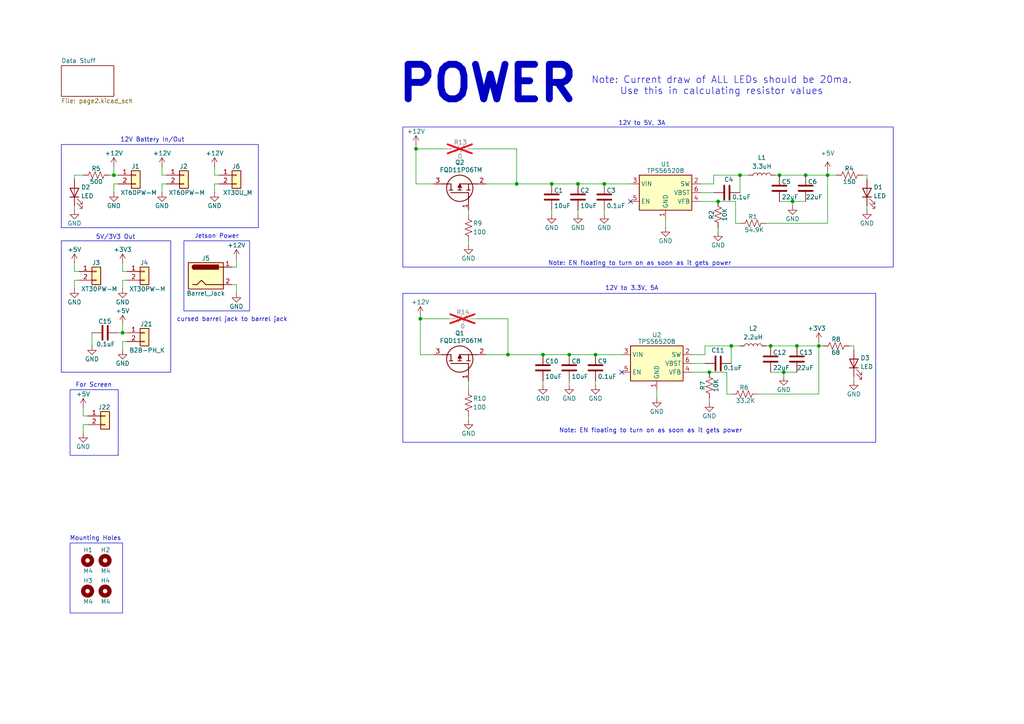
<source format=kicad_sch>
(kicad_sch (version 20231120) (generator "eeschema") (generator_version "8.0")
  (paper "A4")
  (title_block (title "Main Board 2024-2025") (rev "1.1") (company "GRR") (comment 1 "Currently WIP"))
  (lib_symbols
    (symbol "Connector:Barrel_Jack" (pin_names (offset 1.016))
      (property "Reference" "J" (at 0 5.334 0))
      (property "Value" "Barrel_Jack" (at 0 -5.08 0))
      (symbol "Barrel_Jack_0_1"
        (rectangle (start -5.08 3.81) (end 5.08 -3.81) (stroke (width 0.254)) (fill (type background)))
        (arc (start -3.302 3.175) (mid -3.9343 2.54) (end -3.302 1.905) (stroke (width 0.254)))
        (arc (start -3.302 3.175) (mid -3.9343 2.54) (end -3.302 1.905) (stroke (width 0.254)) (fill (type outline)))
        (polyline (pts (xy 5.08 2.54) (xy 3.81 2.54)) (stroke (width 0.254)))
        (polyline (pts (xy -3.81 -2.54) (xy -2.54 -2.54) (xy -1.27 -1.27) (xy 0 -2.54) (xy 2.54 -2.54) (xy 5.08 -2.54)) (stroke (width 0.254)))
        (rectangle (start 3.683 3.175) (end -3.302 1.905) (stroke (width 0.254)) (fill (type outline)))
      )
      (symbol "Barrel_Jack_1_1"
        (pin passive line (at 7.62 2.54 180) (length 2.54) (name "~") (number "1"))
        (pin passive line (at 7.62 -2.54 180) (length 2.54) (name "~") (number "2"))
      )
    )
    (symbol "Connector_Generic:Conn_01x02" (pin_names (offset 1.016) hide)
      (property "Reference" "J" (at 0 2.54 0))
      (property "Value" "Conn_01x02" (at 0 -5.08 0))
      (symbol "Conn_01x02_1_1"
        (rectangle (start -1.27 -2.413) (end 0 -2.667) (stroke (width 0.1524)))
        (rectangle (start -1.27 0.127) (end 0 -0.127) (stroke (width 0.1524)))
        (rectangle (start -1.27 1.27) (end 1.27 -3.81) (stroke (width 0.254)) (fill (type background)))
        (pin passive line (at -5.08 0 0) (length 3.81) (name "Pin_1") (number "1"))
        (pin passive line (at -5.08 -2.54 0) (length 3.81) (name "Pin_2") (number "2"))
      )
    )
    (symbol "Device:C" (pin_numbers hide) (pin_names (offset 0.254))
      (property "Reference" "C" (at 0.635 2.54 0))
      (property "Value" "C" (at 0.635 -2.54 0))
      (symbol "C_0_1"
        (polyline (pts (xy -2.032 -0.762) (xy 2.032 -0.762)) (stroke (width 0.508)))
        (polyline (pts (xy -2.032 0.762) (xy 2.032 0.762)) (stroke (width 0.508)))
      )
      (symbol "C_1_1"
        (pin passive line (at 0 3.81 270) (length 2.794) (name "~") (number "1"))
        (pin passive line (at 0 -3.81 90) (length 2.794) (name "~") (number "2"))
      )
    )
    (symbol "Device:L" (pin_numbers hide) (pin_names (offset 1.016) hide)
      (property "Reference" "L" (at -1.27 0 90))
      (property "Value" "L" (at 1.905 0 90))
      (symbol "L_0_1"
        (arc (start 0 -2.54) (mid 0.6323 -1.905) (end 0 -1.27))
        (arc (start 0 -1.27) (mid 0.6323 -0.635) (end 0 0))
        (arc (start 0 0) (mid 0.6323 0.635) (end 0 1.27))
        (arc (start 0 1.27) (mid 0.6323 1.905) (end 0 2.54))
      )
      (symbol "L_1_1"
        (pin passive line (at 0 3.81 270) (length 1.27) (name "1") (number "1"))
        (pin passive line (at 0 -3.81 90) (length 1.27) (name "2") (number "2"))
      )
    )
    (symbol "Device:LED" (pin_numbers hide) (pin_names (offset 1.016) hide)
      (property "Reference" "D" (at 0 2.54 0))
      (property "Value" "LED" (at 0 -2.54 0))
      (symbol "LED_0_1"
        (polyline (pts (xy -1.27 -1.27) (xy -1.27 1.27)) (stroke (width 0.254)))
        (polyline (pts (xy -1.27 0) (xy 1.27 0)))
        (polyline (pts (xy 1.27 -1.27) (xy 1.27 1.27) (xy -1.27 0) (xy 1.27 -1.27)) (stroke (width 0.254)))
        (polyline (pts (xy -3.048 -0.762) (xy -4.572 -2.286) (xy -3.81 -2.286) (xy -4.572 -2.286) (xy -4.572 -1.524)))
        (polyline (pts (xy -1.778 -0.762) (xy -3.302 -2.286) (xy -2.54 -2.286) (xy -3.302 -2.286) (xy -3.302 -1.524)))
      )
      (symbol "LED_1_1"
        (pin passive line (at -3.81 0 0) (length 2.54) (name "K") (number "1"))
        (pin passive line (at 3.81 0 180) (length 2.54) (name "A") (number "2"))
      )
    )
    (symbol "Device:R_US" (pin_numbers hide) (pin_names (offset 0))
      (property "Reference" "R" (at 2.54 0 90))
      (property "Value" "R_US" (at -2.54 0 90))
      (symbol "R_US_0_1"
        (polyline (pts (xy 0 -2.286) (xy 0 -2.54)))
        (polyline (pts (xy 0 2.286) (xy 0 2.54)))
        (polyline (pts (xy 0 -0.762) (xy 1.016 -1.143) (xy 0 -1.524) (xy -1.016 -1.905) (xy 0 -2.286)))
        (polyline (pts (xy 0 0.762) (xy 1.016 0.381) (xy 0 0) (xy -1.016 -0.381) (xy 0 -0.762)))
        (polyline (pts (xy 0 2.286) (xy 1.016 1.905) (xy 0 1.524) (xy -1.016 1.143) (xy 0 0.762)))
      )
      (symbol "R_US_1_1"
        (pin passive line (at 0 3.81 270) (length 1.27) (name "~") (number "1"))
        (pin passive line (at 0 -3.81 90) (length 1.27) (name "~") (number "2"))
      )
    )
    (symbol "FQD11P06TM:FQD11P06TM" (pin_names hide)
      (property "Reference" "Q" (at 11.43 3.81 0))
      (property "Value" "FQD11P06TM" (at 11.43 1.27 0))
      (symbol "FQD11P06TM_1_1"
        (polyline (pts (xy 2.54 0) (xy 5.08 0)) (stroke (width 0.254)))
        (polyline (pts (xy 5.08 5.08) (xy 5.08 0)) (stroke (width 0.254)))
        (polyline (pts (xy 5.842 -0.508) (xy 5.842 0.508)) (stroke (width 0.254)))
        (polyline (pts (xy 5.842 0) (xy 7.62 0)) (stroke (width 0.254)))
        (polyline (pts (xy 5.842 2.032) (xy 5.842 3.048)) (stroke (width 0.254)))
        (polyline (pts (xy 5.842 5.588) (xy 5.842 4.572)) (stroke (width 0.254)))
        (polyline (pts (xy 7.62 2.54) (xy 5.842 2.54)) (stroke (width 0.254)))
        (polyline (pts (xy 7.62 2.54) (xy 7.62 -2.54)) (stroke (width 0.254)))
        (polyline (pts (xy 7.62 5.08) (xy 5.842 5.08)) (stroke (width 0.254)))
        (polyline (pts (xy 7.62 5.08) (xy 7.62 7.62)) (stroke (width 0.254)))
        (polyline (pts (xy 7.62 2.54) (xy 6.604 3.048) (xy 6.604 2.032) (xy 7.62 2.54)) (stroke (width 0.254)) (fill (type outline)))
        (circle (center 6.35 2.54) (radius 3.81) (stroke (width 0.254)))
        (pin passive line (at 0 0 0) (length 2.54) (name "G") (number "1"))
        (pin passive line (at 7.62 -5.08 90) (length 2.54) (name "S") (number "2"))
        (pin passive line (at 7.62 10.16 270) (length 2.54) (name "D") (number "3"))
      )
    )
    (symbol "Mechanical:MountingHole" (pin_names (offset 1.016)) (exclude_from_sim yes) (in_bom no)
      (property "Reference" "H" (at 0 5.08 0))
      (property "Value" "MountingHole" (at 0 3.175 0))
      (symbol "MountingHole_0_1"
        (circle (center 0 0) (radius 1.27) (stroke (width 1.27)))
      )
    )
    (symbol "Regulator_Switching:TPS565208"
      (property "Reference" "U" (at -7.62 6.35 0))
      (property "Value" "TPS565208" (at -2.54 6.35 0))
      (symbol "TPS565208_0_1"
        (rectangle (start -7.62 5.08) (end 7.62 -5.08) (stroke (width 0.254)) (fill (type background)))
      )
      (symbol "TPS565208_1_1"
        (pin power_in line (at 0 -7.62 90) (length 2.54) (name "GND") (number "1"))
        (pin output line (at 10.16 2.54 180) (length 2.54) (name "SW") (number "2"))
        (pin power_in line (at -10.16 2.54 0) (length 2.54) (name "VIN") (number "3"))
        (pin input line (at 10.16 -2.54 180) (length 2.54) (name "VFB") (number "4"))
        (pin input line (at -10.16 -2.54 0) (length 2.54) (name "EN") (number "5"))
        (pin passive line (at 10.16 0 180) (length 2.54) (name "VBST") (number "6"))
      )
    )
    (symbol "power:+12V" (power) (pin_numbers hide) (pin_names (offset 0) hide)
      (property "Value" "+12V" (at 0 3.556 0))
      (symbol "+12V_0_1"
        (polyline (pts (xy -0.762 1.27) (xy 0 2.54)))
        (polyline (pts (xy 0 0) (xy 0 2.54)))
        (polyline (pts (xy 0 2.54) (xy 0.762 1.27)))
      )
      (symbol "+12V_1_1"
        (pin power_in line (at 0 0 90) (length 0) (name "~") (number "1"))
      )
    )
    (symbol "power:+3V3" (power) (pin_numbers hide) (pin_names (offset 0) hide)
      (property "Value" "+3V3" (at 0 3.556 0))
      (symbol "+3V3_0_1"
        (polyline (pts (xy -0.762 1.27) (xy 0 2.54)))
        (polyline (pts (xy 0 0) (xy 0 2.54)))
        (polyline (pts (xy 0 2.54) (xy 0.762 1.27)))
      )
      (symbol "+3V3_1_1"
        (pin power_in line (at 0 0 90) (length 0) (name "~") (number "1"))
      )
    )
    (symbol "power:+5V" (power) (pin_numbers hide) (pin_names (offset 0) hide)
      (property "Value" "+5V" (at 0 3.556 0))
      (symbol "+5V_0_1"
        (polyline (pts (xy -0.762 1.27) (xy 0 2.54)))
        (polyline (pts (xy 0 0) (xy 0 2.54)))
        (polyline (pts (xy 0 2.54) (xy 0.762 1.27)))
      )
      (symbol "+5V_1_1"
        (pin power_in line (at 0 0 90) (length 0) (name "~") (number "1"))
      )
    )
    (symbol "power:GND" (power) (pin_numbers hide) (pin_names (offset 0) hide)
      (property "Value" "GND" (at 0 -3.81 0))
      (symbol "GND_0_1"
        (polyline (pts (xy 0 0) (xy 0 -1.27) (xy 1.27 -1.27) (xy 0 -2.54) (xy -1.27 -1.27) (xy 0 -1.27)))
      )
      (symbol "GND_1_1"
        (pin power_in line (at 0 0 270) (length 0) (name "~") (number "1"))
      )
    )
  )
  (junction (at 160.02 53.34))
  (junction (at 33.02 50.8))
  (junction (at 226.06 50.8))
  (junction (at 157.48 102.87))
  (junction (at 167.64 53.34))
  (junction (at 223.52 100.33))
  (junction (at 172.72 102.87))
  (junction (at 237.49 100.33))
  (junction (at 35.56 96.52))
  (junction (at 175.26 53.34))
  (junction (at 147.32 102.87))
  (junction (at 233.68 50.8))
  (junction (at 214.63 50.8))
  (junction (at 231.14 100.33))
  (junction (at 240.03 50.8))
  (junction (at 165.1 102.87))
  (junction (at 208.28 58.42))
  (junction (at 227.33 107.95))
  (junction (at 229.87 58.42))
  (junction (at 205.74 107.95))
  (junction (at 212.09 100.33))
  (junction (at 121.92 92.456))
  (junction (at 120.65 43.18))
  (junction (at 149.86 53.34))
  (no_connect (at 180.34 107.95))
  (no_connect (at 182.88 58.42))
  (wire (pts (xy 247.65 100.33) (xy 246.38 100.33)))
  (wire (pts (xy 190.5 115.57) (xy 190.5 113.03)))
  (wire (pts (xy 35.56 101.6) (xy 35.56 99.06)))
  (wire (pts (xy 35.56 96.52) (xy 36.83 96.52)))
  (wire (pts (xy 205.74 116.84) (xy 205.74 115.57)))
  (wire (pts (xy 120.65 53.34) (xy 125.73 53.34)))
  (wire (pts (xy 204.47 100.33) (xy 212.09 100.33)))
  (wire (pts (xy 167.64 53.34) (xy 175.26 53.34)))
  (wire (pts (xy 157.48 111.76) (xy 157.48 110.49)))
  (wire (pts (xy 213.36 64.77) (xy 214.63 64.77)))
  (wire (pts (xy 67.31 77.47) (xy 68.58 77.47)))
  (wire (pts (xy 214.63 50.8) (xy 217.17 50.8)))
  (wire (pts (xy 46.99 48.26) (xy 46.99 50.8)))
  (wire (pts (xy 237.49 100.33) (xy 237.49 114.3)))
  (wire (pts (xy 21.59 52.07) (xy 21.59 50.8)))
  (wire (pts (xy 240.03 49.53) (xy 240.03 50.8)))
  (wire (pts (xy 35.56 78.74) (xy 36.83 78.74)))
  (wire (pts (xy 226.06 50.8) (xy 233.68 50.8)))
  (wire (pts (xy 46.99 50.8) (xy 48.26 50.8)))
  (wire (pts (xy 21.59 76.2) (xy 21.59 78.74)))
  (wire (pts (xy 140.97 53.34) (xy 149.86 53.34)))
  (wire (pts (xy 227.33 107.95) (xy 231.14 107.95)))
  (wire (pts (xy 135.89 62.23) (xy 135.89 60.96)))
  (wire (pts (xy 21.59 78.74) (xy 22.86 78.74)))
  (wire (pts (xy 120.65 41.91) (xy 120.65 43.18)))
  (wire (pts (xy 160.02 62.23) (xy 160.02 60.96)))
  (wire (pts (xy 62.23 48.26) (xy 62.23 50.8)))
  (wire (pts (xy 140.97 102.87) (xy 147.32 102.87)))
  (wire (pts (xy 157.48 102.87) (xy 165.1 102.87)))
  (wire (pts (xy 210.82 107.95) (xy 205.74 107.95)))
  (wire (pts (xy 33.02 50.8) (xy 34.29 50.8)))
  (wire (pts (xy 214.63 55.88) (xy 214.63 50.8)))
  (wire (pts (xy 46.99 55.88) (xy 46.99 53.34)))
  (wire (pts (xy 68.58 82.55) (xy 67.31 82.55)))
  (wire (pts (xy 121.92 102.87) (xy 125.73 102.87)))
  (wire (pts (xy 251.46 52.07) (xy 251.46 50.8)))
  (wire (pts (xy 240.03 50.8) (xy 240.03 64.77)))
  (wire (pts (xy 204.47 100.33) (xy 204.47 102.87)))
  (wire (pts (xy 175.26 53.34) (xy 182.88 53.34)))
  (wire (pts (xy 207.01 53.34) (xy 203.2 53.34)))
  (wire (pts (xy 46.99 53.34) (xy 48.26 53.34)))
  (wire (pts (xy 120.65 43.18) (xy 120.65 53.34)))
  (wire (pts (xy 229.87 58.42) (xy 233.68 58.42)))
  (wire (pts (xy 62.23 55.88) (xy 62.23 53.34)))
  (wire (pts (xy 238.76 100.33) (xy 237.49 100.33)))
  (wire (pts (xy 242.57 50.8) (xy 240.03 50.8)))
  (wire (pts (xy 135.89 71.12) (xy 135.89 69.85)))
  (wire (pts (xy 62.23 50.8) (xy 63.5 50.8)))
  (wire (pts (xy 21.59 59.69) (xy 21.59 60.96)))
  (wire (pts (xy 200.66 107.95) (xy 205.74 107.95)))
  (wire (pts (xy 212.09 105.41) (xy 212.09 100.33)))
  (wire (pts (xy 210.82 114.3) (xy 210.82 107.95)))
  (wire (pts (xy 224.79 50.8) (xy 226.06 50.8)))
  (wire (pts (xy 135.89 113.03) (xy 135.89 110.49)))
  (wire (pts (xy 233.68 50.8) (xy 240.03 50.8)))
  (wire (pts (xy 121.92 92.456) (xy 121.92 102.87)))
  (wire (pts (xy 24.13 120.65) (xy 25.4 120.65)))
  (wire (pts (xy 223.52 100.33) (xy 231.14 100.33)))
  (wire (pts (xy 203.2 55.88) (xy 207.01 55.88)))
  (wire (pts (xy 247.65 110.49) (xy 247.65 109.22)))
  (wire (pts (xy 137.922 92.456) (xy 147.32 92.456)))
  (wire (pts (xy 213.36 64.77) (xy 213.36 58.42)))
  (wire (pts (xy 121.92 92.456) (xy 130.302 92.456)))
  (wire (pts (xy 223.52 107.95) (xy 227.33 107.95)))
  (wire (pts (xy 121.92 91.44) (xy 121.92 92.456)))
  (wire (pts (xy 207.01 50.8) (xy 214.63 50.8)))
  (wire (pts (xy 68.58 74.93) (xy 68.58 77.47)))
  (wire (pts (xy 147.32 92.456) (xy 147.32 102.87)))
  (wire (pts (xy 160.02 53.34) (xy 167.64 53.34)))
  (wire (pts (xy 237.49 99.06) (xy 237.49 100.33)))
  (wire (pts (xy 135.89 121.92) (xy 135.89 120.65)))
  (wire (pts (xy 62.23 53.34) (xy 63.5 53.34)))
  (wire (pts (xy 203.2 58.42) (xy 208.28 58.42)))
  (wire (pts (xy 24.13 123.19) (xy 25.4 123.19)))
  (wire (pts (xy 33.02 48.26) (xy 33.02 50.8)))
  (wire (pts (xy 35.56 81.28) (xy 36.83 81.28)))
  (wire (pts (xy 35.56 99.06) (xy 36.83 99.06)))
  (wire (pts (xy 213.36 58.42) (xy 208.28 58.42)))
  (wire (pts (xy 24.13 125.73) (xy 24.13 123.19)))
  (wire (pts (xy 237.49 114.3) (xy 219.71 114.3)))
  (wire (pts (xy 175.26 62.23) (xy 175.26 60.96)))
  (wire (pts (xy 204.47 102.87) (xy 200.66 102.87)))
  (wire (pts (xy 200.66 105.41) (xy 204.47 105.41)))
  (wire (pts (xy 33.02 53.34) (xy 34.29 53.34)))
  (wire (pts (xy 226.06 58.42) (xy 229.87 58.42)))
  (wire (pts (xy 240.03 64.77) (xy 222.25 64.77)))
  (wire (pts (xy 165.1 111.76) (xy 165.1 110.49)))
  (wire (pts (xy 212.09 100.33) (xy 214.63 100.33)))
  (wire (pts (xy 26.67 100.33) (xy 26.67 96.52)))
  (wire (pts (xy 137.16 43.18) (xy 149.86 43.18)))
  (wire (pts (xy 231.14 100.33) (xy 237.49 100.33)))
  (wire (pts (xy 165.1 102.87) (xy 172.72 102.87)))
  (wire (pts (xy 21.59 50.8) (xy 24.13 50.8)))
  (wire (pts (xy 120.65 43.18) (xy 129.54 43.18)))
  (wire (pts (xy 207.01 50.8) (xy 207.01 53.34)))
  (wire (pts (xy 68.58 85.09) (xy 68.58 82.55)))
  (wire (pts (xy 149.86 43.18) (xy 149.86 53.34)))
  (wire (pts (xy 34.29 96.52) (xy 35.56 96.52)))
  (wire (pts (xy 193.04 66.04) (xy 193.04 63.5)))
  (wire (pts (xy 35.56 76.2) (xy 35.56 78.74)))
  (wire (pts (xy 247.65 101.6) (xy 247.65 100.33)))
  (wire (pts (xy 167.64 62.23) (xy 167.64 60.96)))
  (wire (pts (xy 31.75 50.8) (xy 33.02 50.8)))
  (wire (pts (xy 172.72 102.87) (xy 180.34 102.87)))
  (wire (pts (xy 149.86 53.34) (xy 160.02 53.34)))
  (wire (pts (xy 147.32 102.87) (xy 157.48 102.87)))
  (wire (pts (xy 251.46 50.8) (xy 250.19 50.8)))
  (wire (pts (xy 172.72 111.76) (xy 172.72 110.49)))
  (wire (pts (xy 251.46 60.96) (xy 251.46 59.69)))
  (wire (pts (xy 33.02 55.88) (xy 33.02 53.34)))
  (wire (pts (xy 35.56 83.82) (xy 35.56 81.28)))
  (wire (pts (xy 21.59 81.28) (xy 22.86 81.28)))
  (wire (pts (xy 210.82 114.3) (xy 212.09 114.3)))
  (wire (pts (xy 222.25 100.33) (xy 223.52 100.33)))
  (wire (pts (xy 35.56 93.98) (xy 35.56 96.52)))
  (wire (pts (xy 21.59 83.82) (xy 21.59 81.28)))
  (wire (pts (xy 208.28 67.31) (xy 208.28 66.04)))
  (wire (pts (xy 227.33 109.22) (xy 227.33 107.95)))
  (wire (pts (xy 229.87 59.69) (xy 229.87 58.42)))
  (wire (pts (xy 24.13 118.11) (xy 24.13 120.65)))
  (rectangle (start 116.84 36.83) (end 259.08 77.47))
  (rectangle (start 17.78 69.85) (end 49.53 107.95))
  (rectangle (start 20.32 157.48) (end 35.56 177.8))
  (rectangle (start 20.32 113.03) (end 34.29 132.08))
  (rectangle (start 116.84 85.09) (end 254 128.27))
  (rectangle (start 53.34 69.85) (end 72.39 90.17))
  (rectangle (start 17.78 41.91) (end 74.93 66.04))
  (text "12V Battery In/Out" (at 44.196 40.64 0) (effects (font (size 1.27 1.27))))
  (text "12V to 5V, 3A" (at 186.182 35.814 0) (effects (font (size 1.27 1.27))))
  (text "Mounting Holes" (at 27.686 156.21 0) (effects (font (size 1.27 1.27))))
  (text "Jetson Power" (at 62.865 68.58 0) (effects (font (size 1.27 1.27))))
  (text "For Screen" (at 27.178 111.76 0) (effects (font (size 1.27 1.27))))
  (text "cursed barrel jack to barrel jack" (at 67.31 92.71 0) (effects (font (size 1.27 1.27))))
  (text "5V/3V3 Out" (at 33.528 68.834 0) (effects (font (size 1.27 1.27))))
  (text "12V to 3.3V, 5A" (at 183.261 83.693 0) (effects (font (size 1.27 1.27))))
  (text "POWER" (at 141.478 24.384 0) (effects (font (size 10 10) (thickness 2) (bold yes))))
  (text "Note: Current draw of ALL LEDs should be 20ma.\nUse this in calculating resistor values" (at 209.296 24.892 0) (effects (font (size 2 2))))
  (text "Note: EN floating to turn on as soon as it gets power" (at 188.722 124.968 0) (effects (font (size 1.27 1.27))))
  (text "Note: EN floating to turn on as soon as it gets power" (at 185.547 76.454 0) (effects (font (size 1.27 1.27))))
  (symbol (lib_id "Device:R_US") (at 133.35 43.18 270) (unit 1) (dnp yes)
    (property "Reference" "R13" (at 131.5721 41.275 90) (effects (justify left)))
    (property "Value" "0" (at 132.7151 45.339 90) (effects (justify left)))
    (property "Footprint" "Resistor_SMD:R_1210_3225Metric_Pad1.30x2.65mm_HandSolder" (effects (hide yes)))
    (property "Description" "Resistor, US symbol" (effects (hide yes)))
  )
  (symbol (lib_id "Device:C") (at 165.1 106.68 0) (unit 1)
    (property "Reference" "C8" (at 165.735 104.7749 0) (effects (justify left)))
    (property "Value" "10uF" (at 165.735 109.2199 0) (effects (justify left)))
    (property "Footprint" "Capacitor_SMD:C_0805_2012Metric_Pad1.18x1.45mm_HandSolder" (effects (hide yes)))
    (property "Description" "Unpolarized capacitor" (effects (hide yes)))
  )
  (symbol (lib_id "power:GND") (at 33.02 55.88 0) (unit 1)
    (property "Reference" "#PWR02" (effects (hide yes)))
    (property "Value" "GND" (at 33.02 59.69 0))
    (property "Description" "Power symbol creates a global label with name \"GND\" , ground" (effects (hide yes)))
  )
  (symbol (lib_id "power:GND") (at 21.59 83.82 0) (unit 1)
    (property "Reference" "#PWR06" (effects (hide yes)))
    (property "Value" "GND" (at 21.59 87.63 0))
    (property "Description" "Power symbol creates a global label with name \"GND\" , ground" (effects (hide yes)))
  )
  (symbol (lib_id "Connector_Generic:Conn_01x02") (at 68.58 50.8 0) (unit 1)
    (property "Reference" "J6" (at 67.31 48.2599 0) (effects (justify left)))
    (property "Value" "XT30U_M" (at 64.643 55.8799 0) (effects (justify left)))
    (property "Footprint" "Connector_AMASS:AMASS_XT30U-M_1x02_P5.0mm_Vertical" (effects (hide yes)))
    (property "Description" "Generic connector, single row, 01x02, script generated (kicad-library-utils/schlib/autogen/connector/)" (effects (hide yes)))
  )
  (symbol (lib_id "power:+12V") (at 62.23 48.26 0) (unit 1)
    (property "Reference" "#PWR033" (effects (hide yes)))
    (property "Value" "+12V" (at 62.23 44.45 0))
    (property "Description" "Power symbol creates a global label with name \"+12V\"" (effects (hide yes)))
  )
  (symbol (lib_id "power:GND") (at 135.89 71.12 0) (unit 1)
    (property "Reference" "#PWR029" (effects (hide yes)))
    (property "Value" "GND" (at 135.89 74.93 0))
    (property "Description" "Power symbol creates a global label with name \"GND\" , ground" (effects (hide yes)))
  )
  (symbol (lib_id "Device:R_US") (at 134.112 92.456 270) (unit 1) (dnp yes)
    (property "Reference" "R14" (at 132.3341 90.551 90) (effects (justify left)))
    (property "Value" "0" (at 133.4771 94.615 90) (effects (justify left)))
    (property "Footprint" "Resistor_SMD:R_1210_3225Metric_Pad1.30x2.65mm_HandSolder" (effects (hide yes)))
    (property "Description" "Resistor, US symbol" (effects (hide yes)))
  )
  (symbol (lib_id "power:+12V") (at 46.99 48.26 0) (unit 1)
    (property "Reference" "#PWR03" (effects (hide yes)))
    (property "Value" "+12V" (at 46.99 44.45 0))
    (property "Description" "Power symbol creates a global label with name \"+12V\"" (effects (hide yes)))
  )
  (symbol (lib_id "power:GND") (at 165.1 111.76 0) (unit 1)
    (property "Reference" "#PWR021" (effects (hide yes)))
    (property "Value" "GND" (at 165.1 115.57 0))
    (property "Description" "Power symbol creates a global label with name \"GND\" , ground" (effects (hide yes)))
  )
  (symbol (lib_id "Connector_Generic:Conn_01x02") (at 53.34 50.8 0) (unit 1)
    (property "Reference" "J2" (at 52.07 48.2599 0) (effects (justify left)))
    (property "Value" "XT60PW-M" (at 48.895 55.8799 0) (effects (justify left)))
    (property "Footprint" "Connector_AMASS:AMASS_XT60PW-M_1x02_P7.20mm_Horizontal" (effects (hide yes)))
    (property "Description" "Generic connector, single row, 01x02, script generated (kicad-library-utils/schlib/autogen/connector/)" (effects (hide yes)))
  )
  (symbol (lib_id "power:GND") (at 62.23 55.88 0) (unit 1)
    (property "Reference" "#PWR034" (effects (hide yes)))
    (property "Value" "GND" (at 62.23 59.69 0))
    (property "Description" "Power symbol creates a global label with name \"GND\" , ground" (effects (hide yes)))
  )
  (symbol (lib_id "Regulator_Switching:TPS565208") (at 190.5 105.41 0) (unit 1)
    (property "Reference" "U2" (at 190.5 97.155 0))
    (property "Value" "TPS565208" (at 190.5 99.06 0))
    (property "Footprint" "Package_TO_SOT_SMD:SOT-23-6" (effects (hide yes)))
    (property "Datasheet" "http://www.ti.com/lit/ds/symlink/tps565208.pdf" (effects (hide yes)))
    (property "Description" "5A Synchronous Step-Down Voltage Regulator, Adjustable Output Voltage, 4.5-17V Input Voltage, SOT-23-6" (effects (hide yes)))
  )
  (symbol (lib_id "power:+5V") (at 240.03 49.53 0) (unit 1)
    (property "Reference" "#PWR084" (effects (hide yes)))
    (property "Value" "+5V" (at 240.03 44.45 0))
    (property "Description" "Power symbol creates a global label with name \"+5V\"" (effects (hide yes)))
  )
  (symbol (lib_id "power:GND") (at 205.74 116.84 0) (unit 1)
    (property "Reference" "#PWR026" (effects (hide yes)))
    (property "Value" "GND" (at 205.74 120.65 0))
    (property "Description" "Power symbol creates a global label with name \"GND\" , ground" (effects (hide yes)))
  )
  (symbol (lib_id "Device:C") (at 160.02 57.15 0) (unit 1)
    (property "Reference" "C1" (at 160.655 55.2449 0) (effects (justify left)))
    (property "Value" "10uF" (at 160.655 59.6899 0) (effects (justify left)))
    (property "Footprint" "Capacitor_SMD:C_0805_2012Metric_Pad1.18x1.45mm_HandSolder" (effects (hide yes)))
    (property "Description" "Unpolarized capacitor" (effects (hide yes)))
  )
  (symbol (lib_id "power:GND") (at 135.89 121.92 0) (unit 1)
    (property "Reference" "#PWR024" (effects (hide yes)))
    (property "Value" "GND" (at 135.89 125.73 0))
    (property "Description" "Power symbol creates a global label with name \"GND\" , ground" (effects (hide yes)))
  )
  (symbol (lib_id "Device:C") (at 226.06 54.61 0) (unit 1)
    (property "Reference" "C5" (at 226.695 52.7049 0) (effects (justify left)))
    (property "Value" "22uF" (at 226.695 57.1499 0) (effects (justify left)))
    (property "Footprint" "Capacitor_SMD:C_0805_2012Metric_Pad1.18x1.45mm_HandSolder" (effects (hide yes)))
    (property "Description" "Unpolarized capacitor" (effects (hide yes)))
  )
  (symbol (lib_id "Device:C") (at 233.68 54.61 0) (unit 1)
    (property "Reference" "C6" (at 234.315 52.7049 0) (effects (justify left)))
    (property "Value" "22uF" (at 233.68 57.1499 0) (effects (justify left)))
    (property "Footprint" "Capacitor_SMD:C_0805_2012Metric_Pad1.18x1.45mm_HandSolder" (effects (hide yes)))
    (property "Description" "Unpolarized capacitor" (effects (hide yes)))
  )
  (symbol (lib_id "Device:C") (at 231.14 104.14 0) (unit 1)
    (property "Reference" "C13" (at 231.775 102.2349 0) (effects (justify left)))
    (property "Value" "22uF" (at 231.14 106.6799 0) (effects (justify left)))
    (property "Footprint" "Capacitor_SMD:C_0805_2012Metric_Pad1.18x1.45mm_HandSolder" (effects (hide yes)))
    (property "Description" "Unpolarized capacitor" (effects (hide yes)))
  )
  (symbol (lib_id "Connector_Generic:Conn_01x02") (at 27.94 78.74 0) (unit 1)
    (property "Reference" "J3" (at 26.67 76.1999 0) (effects (justify left)))
    (property "Value" "XT30PW-M" (at 23.495 83.8199 0) (effects (justify left)))
    (property "Footprint" "Connector_AMASS:AMASS_XT30PW-M_1x02_P2.50mm_Horizontal" (effects (hide yes)))
    (property "Description" "Generic connector, single row, 01x02, script generated (kicad-library-utils/schlib/autogen/connector/)" (effects (hide yes)))
  )
  (symbol (lib_id "Device:C") (at 223.52 104.14 0) (unit 1)
    (property "Reference" "C12" (at 224.155 102.2349 0) (effects (justify left)))
    (property "Value" "22uF" (at 224.155 106.6799 0) (effects (justify left)))
    (property "Footprint" "Capacitor_SMD:C_0805_2012Metric_Pad1.18x1.45mm_HandSolder" (effects (hide yes)))
    (property "Description" "Unpolarized capacitor" (effects (hide yes)))
  )
  (symbol (lib_id "Connector_Generic:Conn_01x02") (at 41.91 78.74 0) (unit 1)
    (property "Reference" "J4" (at 40.64 76.1999 0) (effects (justify left)))
    (property "Value" "XT30PW-M" (at 37.465 83.8199 0) (effects (justify left)))
    (property "Footprint" "Connector_AMASS:AMASS_XT30PW-M_1x02_P2.50mm_Horizontal" (effects (hide yes)))
    (property "Description" "Generic connector, single row, 01x02, script generated (kicad-library-utils/schlib/autogen/connector/)" (effects (hide yes)))
  )
  (symbol (lib_id "power:GND") (at 208.28 67.31 0) (unit 1)
    (property "Reference" "#PWR016" (effects (hide yes)))
    (property "Value" "GND" (at 208.28 71.12 0))
    (property "Description" "Power symbol creates a global label with name \"GND\" , ground" (effects (hide yes)))
  )
  (symbol (lib_id "power:GND") (at 190.5 115.57 0) (unit 1)
    (property "Reference" "#PWR020" (effects (hide yes)))
    (property "Value" "GND" (at 190.5 119.38 0))
    (property "Description" "Power symbol creates a global label with name \"GND\" , ground" (effects (hide yes)))
  )
  (symbol (lib_id "Device:L") (at 218.44 100.33 90) (unit 1)
    (property "Reference" "L2" (at 218.44 95.25 90))
    (property "Value" "2.2uH" (at 218.44 97.79 90))
    (property "Footprint" "Inductor_SMD:L_Abracon_ASPI-0630LR" (effects (hide yes)))
    (property "Description" "Inductor" (effects (hide yes)))
  )
  (symbol (lib_id "power:GND") (at 247.65 110.49 0) (unit 1)
    (property "Reference" "#PWR028" (effects (hide yes)))
    (property "Value" "GND" (at 247.65 114.3 0))
    (property "Description" "Power symbol creates a global label with name \"GND\" , ground" (effects (hide yes)))
  )
  (symbol (lib_id "power:GND") (at 68.58 85.09 0) (unit 1)
    (property "Reference" "#PWR010" (effects (hide yes)))
    (property "Value" "GND" (at 68.58 88.9 0))
    (property "Description" "Power symbol creates a global label with name \"GND\" , ground" (effects (hide yes)))
  )
  (symbol (lib_id "power:+5V") (at 35.56 93.98 0) (unit 1)
    (property "Reference" "#PWR087" (effects (hide yes)))
    (property "Value" "+5V" (at 35.56 90.17 0))
    (property "Description" "Power symbol creates a global label with name \"+5V\"" (effects (hide yes)))
  )
  (symbol (lib_id "power:GND") (at 160.02 62.23 0) (unit 1)
    (property "Reference" "#PWR011" (effects (hide yes)))
    (property "Value" "GND" (at 160.02 66.04 0))
    (property "Description" "Power symbol creates a global label with name \"GND\" , ground" (effects (hide yes)))
  )
  (symbol (lib_id "Device:R_US") (at 135.89 116.84 0) (unit 1)
    (property "Reference" "R10" (at 137.16 115.5699 0) (effects (justify left)))
    (property "Value" "100" (at 137.16 118.1099 0) (effects (justify left)))
    (property "Footprint" "Resistor_SMD:R_0805_2012Metric_Pad1.20x1.40mm_HandSolder" (effects (hide yes)))
    (property "Description" "Resistor, US symbol" (effects (hide yes)))
  )
  (symbol (lib_id "power:GND") (at 227.33 109.22 0) (unit 1)
    (property "Reference" "#PWR027" (effects (hide yes)))
    (property "Value" "GND" (at 227.33 113.03 0))
    (property "Description" "Power symbol creates a global label with name \"GND\" , ground" (effects (hide yes)))
  )
  (symbol (lib_id "power:+12V") (at 121.92 91.44 0) (unit 1)
    (property "Reference" "#PWR030" (effects (hide yes)))
    (property "Value" "+12V" (at 121.92 87.63 0))
    (property "Description" "Power symbol creates a global label with name \"+12V\"" (effects (hide yes)))
  )
  (symbol (lib_id "Device:C") (at 167.64 57.15 0) (unit 1)
    (property "Reference" "C2" (at 168.275 55.2449 0) (effects (justify left)))
    (property "Value" "10uF" (at 168.275 59.6899 0) (effects (justify left)))
    (property "Footprint" "Capacitor_SMD:C_0805_2012Metric_Pad1.18x1.45mm_HandSolder" (effects (hide yes)))
    (property "Description" "Unpolarized capacitor" (effects (hide yes)))
  )
  (symbol (lib_id "Device:L") (at 220.98 50.8 90) (unit 1)
    (property "Reference" "L1" (at 220.98 45.72 90))
    (property "Value" "3.3uH" (at 220.98 48.26 90))
    (property "Footprint" "Inductor_SMD:L_Abracon_ASPI-0630LR" (effects (hide yes)))
    (property "Description" "Inductor" (effects (hide yes)))
  )
  (symbol (lib_id "Device:R_US") (at 135.89 66.04 0) (unit 1)
    (property "Reference" "R9" (at 137.16 64.7699 0) (effects (justify left)))
    (property "Value" "100" (at 137.16 67.3099 0) (effects (justify left)))
    (property "Footprint" "Resistor_SMD:R_0805_2012Metric_Pad1.20x1.40mm_HandSolder" (effects (hide yes)))
    (property "Description" "Resistor, US symbol" (effects (hide yes)))
  )
  (symbol (lib_id "Device:R_US") (at 205.74 111.76 180) (unit 1)
    (property "Reference" "R7" (at 203.835 110.4901 90) (effects (justify left)))
    (property "Value" "10K" (at 207.645 109.8551 90) (effects (justify left)))
    (property "Footprint" "Resistor_SMD:R_0805_2012Metric_Pad1.20x1.40mm_HandSolder" (effects (hide yes)))
    (property "Description" "Resistor, US symbol" (effects (hide yes)))
  )
  (symbol (lib_id "Device:C") (at 175.26 57.15 0) (unit 1)
    (property "Reference" "C3" (at 175.895 55.2449 0) (effects (justify left)))
    (property "Value" "0.1uF" (at 175.895 59.6899 0) (effects (justify left)))
    (property "Footprint" "Capacitor_SMD:C_0805_2012Metric_Pad1.18x1.45mm_HandSolder" (effects (hide yes)))
    (property "Description" "Unpolarized capacitor" (effects (hide yes)))
  )
  (symbol (lib_id "Device:C") (at 30.48 96.52 90) (unit 1)
    (property "Reference" "C15" (at 32.3849 93.218 90) (effects (justify left)))
    (property "Value" "0.1uF" (at 33.4009 99.822 90) (effects (justify left)))
    (property "Footprint" "Capacitor_SMD:C_0805_2012Metric_Pad1.18x1.45mm_HandSolder" (effects (hide yes)))
    (property "Description" "Unpolarized capacitor" (effects (hide yes)))
  )
  (symbol (lib_id "Device:R_US") (at 242.57 100.33 90) (unit 1)
    (property "Reference" "R8" (at 243.8399 98.425 90) (effects (justify left)))
    (property "Value" "68" (at 243.7129 102.235 90) (effects (justify left)))
    (property "Footprint" "Resistor_SMD:R_0805_2012Metric_Pad1.20x1.40mm_HandSolder" (effects (hide yes)))
    (property "Description" "Resistor, US symbol" (effects (hide yes)))
  )
  (symbol (lib_id "power:+12V") (at 68.58 74.93 0) (unit 1)
    (property "Reference" "#PWR09" (effects (hide yes)))
    (property "Value" "+12V" (at 68.58 71.12 0))
    (property "Description" "Power symbol creates a global label with name \"+12V\"" (effects (hide yes)))
  )
  (symbol (lib_id "Mechanical:MountingHole") (at 30.48 162.56 0) (unit 1) (exclude_from_sim yes) (in_bom no)
    (property "Reference" "H2" (at 29.21 159.5119 0) (effects (justify left)))
    (property "Value" "M4" (at 29.21 165.6079 0) (effects (justify left)))
    (property "Footprint" "MountingHole:MountingHole_4.3mm_M4_DIN965" (effects (hide yes)))
    (property "Description" "Mounting Hole without connection" (effects (hide yes)))
  )
  (symbol (lib_id "FQD11P06TM:FQD11P06TM") (at 135.89 110.49 90) (unit 1)
    (property "Reference" "Q1" (at 133.35 96.647 90))
    (property "Value" "FQD11P06TM" (at 133.731 98.806 90))
    (property "Footprint" "Package_TO_SOT_SMD:TO-252-2" (effects (hide yes)))
    (property "Datasheet" "https://www.onsemi.com/pub/Collateral/FQU11P06-D.pdf" (effects (hide yes)))
    (property "Description" "FQD11P06TM P-Channel MOSFET, 9.4 A, 60 V, 3-Pin DPAK ON Semiconductor" (effects (hide yes)))
    (property "Manufacturer_Name" "onsemi" (effects (hide yes)))
    (property "Manufacturer_Part_Number" "FQD11P06TM" (effects (hide yes)))
    (property "Mouser Part Number" "512-FQD11P06TM" (effects (hide yes)))
    (property "Mouser Price/Stock" "https://www.mouser.co.uk/ProductDetail/onsemi-Fairchild/FQD11P06TM?qs=aUdwP37Aar2Cp7hVoReodQ%3D%3D" (effects (hide yes)))
    (property "Arrow Part Number" "FQD11P06TM" (effects (hide yes)))
    (property "Arrow Price/Stock" "https://www.arrow.com/en/products/fqd11p06tm/on-semiconductor?region=nac" (effects (hide yes)))
  )
  (symbol (lib_id "power:+12V") (at 33.02 48.26 0) (unit 1)
    (property "Reference" "#PWR01" (effects (hide yes)))
    (property "Value" "+12V" (at 33.02 44.45 0))
    (property "Description" "Power symbol creates a global label with name \"+12V\"" (effects (hide yes)))
  )
  (symbol (lib_id "Mechanical:MountingHole") (at 25.4 171.45 0) (unit 1) (exclude_from_sim yes) (in_bom no)
    (property "Reference" "H3" (at 24.13 168.4019 0) (effects (justify left)))
    (property "Value" "M4" (at 24.13 174.4979 0) (effects (justify left)))
    (property "Footprint" "MountingHole:MountingHole_4.3mm_M4_DIN965" (effects (hide yes)))
    (property "Description" "Mounting Hole without connection" (effects (hide yes)))
  )
  (symbol (lib_id "Device:LED") (at 251.46 55.88 90) (unit 1)
    (property "Reference" "D1" (at 253.365 54.2924 90) (effects (justify right)))
    (property "Value" "LED" (at 253.365 56.8324 90) (effects (justify right)))
    (property "Footprint" "Diode_SMD:D_0805_2012Metric_Pad1.15x1.40mm_HandSolder" (effects (hide yes)))
    (property "Description" "Light emitting diode" (effects (hide yes)))
  )
  (symbol (lib_id "power:GND") (at 251.46 60.96 0) (unit 1)
    (property "Reference" "#PWR018" (effects (hide yes)))
    (property "Value" "GND" (at 251.46 64.77 0))
    (property "Description" "Power symbol creates a global label with name \"GND\" , ground" (effects (hide yes)))
  )
  (symbol (lib_id "Device:C") (at 208.28 105.41 90) (unit 1)
    (property "Reference" "C11" (at 210.1849 101.6 90) (effects (justify left)))
    (property "Value" "0.1uF" (at 215.2649 106.68 90) (effects (justify left)))
    (property "Footprint" "Capacitor_SMD:C_0805_2012Metric_Pad1.18x1.45mm_HandSolder" (effects (hide yes)))
    (property "Description" "Unpolarized capacitor" (effects (hide yes)))
  )
  (symbol (lib_id "Device:R_US") (at 215.9 114.3 90) (unit 1)
    (property "Reference" "R6" (at 217.1699 112.395 90) (effects (justify left)))
    (property "Value" "33.2K" (at 219.0749 116.205 90) (effects (justify left)))
    (property "Footprint" "Resistor_SMD:R_0805_2012Metric_Pad1.20x1.40mm_HandSolder" (effects (hide yes)))
    (property "Description" "Resistor, US symbol" (effects (hide yes)))
  )
  (symbol (lib_id "Device:C") (at 157.48 106.68 0) (unit 1)
    (property "Reference" "C10" (at 158.115 104.7749 0) (effects (justify left)))
    (property "Value" "10uF" (at 158.115 109.2199 0) (effects (justify left)))
    (property "Footprint" "Capacitor_SMD:C_0805_2012Metric_Pad1.18x1.45mm_HandSolder" (effects (hide yes)))
    (property "Description" "Unpolarized capacitor" (effects (hide yes)))
  )
  (symbol (lib_id "power:GND") (at 167.64 62.23 0) (unit 1)
    (property "Reference" "#PWR012" (effects (hide yes)))
    (property "Value" "GND" (at 167.64 66.04 0))
    (property "Description" "Power symbol creates a global label with name \"GND\" , ground" (effects (hide yes)))
  )
  (symbol (lib_id "Device:LED") (at 21.59 55.88 90) (unit 1)
    (property "Reference" "D2" (at 23.495 54.2924 90) (effects (justify right)))
    (property "Value" "LED" (at 23.495 56.8324 90) (effects (justify right)))
    (property "Footprint" "Diode_SMD:D_0805_2012Metric_Pad1.15x1.40mm_HandSolder" (effects (hide yes)))
    (property "Description" "Light emitting diode" (effects (hide yes)))
  )
  (symbol (lib_id "power:GND") (at 46.99 55.88 0) (unit 1)
    (property "Reference" "#PWR04" (effects (hide yes)))
    (property "Value" "GND" (at 46.99 59.69 0))
    (property "Description" "Power symbol creates a global label with name \"GND\" , ground" (effects (hide yes)))
  )
  (symbol (lib_id "power:GND") (at 172.72 111.76 0) (unit 1)
    (property "Reference" "#PWR022" (effects (hide yes)))
    (property "Value" "GND" (at 172.72 115.57 0))
    (property "Description" "Power symbol creates a global label with name \"GND\" , ground" (effects (hide yes)))
  )
  (symbol (lib_id "Regulator_Switching:TPS565208") (at 193.04 55.88 0) (unit 1)
    (property "Reference" "U1" (at 193.04 47.625 0))
    (property "Value" "TPS565208" (at 193.04 49.53 0))
    (property "Footprint" "Package_TO_SOT_SMD:SOT-23-6" (effects (hide yes)))
    (property "Datasheet" "http://www.ti.com/lit/ds/symlink/tps565208.pdf" (effects (hide yes)))
    (property "Description" "5A Synchronous Step-Down Voltage Regulator, Adjustable Output Voltage, 4.5-17V Input Voltage, SOT-23-6" (effects (hide yes)))
  )
  (symbol (lib_id "Device:C") (at 210.82 55.88 90) (unit 1)
    (property "Reference" "C4" (at 212.7249 52.07 90) (effects (justify left)))
    (property "Value" "0.1uF" (at 217.8049 57.15 90) (effects (justify left)))
    (property "Footprint" "Capacitor_SMD:C_0805_2012Metric_Pad1.18x1.45mm_HandSolder" (effects (hide yes)))
    (property "Description" "Unpolarized capacitor" (effects (hide yes)))
  )
  (symbol (lib_id "Connector_Generic:Conn_01x02") (at 41.91 96.52 0) (unit 1)
    (property "Reference" "J21" (at 40.64 93.9799 0) (effects (justify left)))
    (property "Value" "B2B-PH_K" (at 37.465 101.5999 0) (effects (justify left)))
    (property "Footprint" "Connector_JST:JST_PH_B2B-PH-K_1x02_P2.00mm_Vertical" (effects (hide yes)))
    (property "Description" "Generic connector, single row, 01x02, script generated (kicad-library-utils/schlib/autogen/connector/)" (effects (hide yes)))
  )
  (symbol (lib_id "Mechanical:MountingHole") (at 25.4 162.56 0) (unit 1) (exclude_from_sim yes) (in_bom no)
    (property "Reference" "H1" (at 24.13 159.5119 0) (effects (justify left)))
    (property "Value" "M4" (at 24.13 165.6079 0) (effects (justify left)))
    (property "Footprint" "MountingHole:MountingHole_4.3mm_M4_DIN965" (effects (hide yes)))
    (property "Description" "Mounting Hole without connection" (effects (hide yes)))
  )
  (symbol (lib_id "Device:R_US") (at 218.44 64.77 90) (unit 1)
    (property "Reference" "R1" (at 219.7099 62.865 90) (effects (justify left)))
    (property "Value" "54.9K" (at 221.6149 66.675 90) (effects (justify left)))
    (property "Footprint" "Resistor_SMD:R_0805_2012Metric_Pad1.20x1.40mm_HandSolder" (effects (hide yes)))
    (property "Description" "Resistor, US symbol" (effects (hide yes)))
  )
  (symbol (lib_id "power:+3V3") (at 35.56 76.2 0) (unit 1)
    (property "Reference" "#PWR07" (effects (hide yes)))
    (property "Value" "+3V3" (at 35.56 72.39 0))
    (property "Description" "Power symbol creates a global label with name \"+3V3\"" (effects (hide yes)))
  )
  (symbol (lib_id "Device:LED") (at 247.65 105.41 90) (unit 1)
    (property "Reference" "D3" (at 249.555 103.8224 90) (effects (justify right)))
    (property "Value" "LED" (at 249.555 106.3624 90) (effects (justify right)))
    (property "Footprint" "Diode_SMD:D_0805_2012Metric_Pad1.15x1.40mm_HandSolder" (effects (hide yes)))
    (property "Description" "Light emitting diode" (effects (hide yes)))
  )
  (symbol (lib_id "Device:R_US") (at 246.38 50.8 90) (unit 1)
    (property "Reference" "R4" (at 247.6499 48.895 90) (effects (justify left)))
    (property "Value" "150" (at 248.2849 52.705 90) (effects (justify left)))
    (property "Footprint" "Resistor_SMD:R_0805_2012Metric_Pad1.20x1.40mm_HandSolder" (effects (hide yes)))
    (property "Description" "Resistor, US symbol" (effects (hide yes)))
  )
  (symbol (lib_id "power:GND") (at 157.48 111.76 0) (unit 1)
    (property "Reference" "#PWR023" (effects (hide yes)))
    (property "Value" "GND" (at 157.48 115.57 0))
    (property "Description" "Power symbol creates a global label with name \"GND\" , ground" (effects (hide yes)))
  )
  (symbol (lib_id "power:GND") (at 193.04 66.04 0) (unit 1)
    (property "Reference" "#PWR015" (effects (hide yes)))
    (property "Value" "GND" (at 193.04 69.85 0))
    (property "Description" "Power symbol creates a global label with name \"GND\" , ground" (effects (hide yes)))
  )
  (symbol (lib_id "power:GND") (at 24.13 125.73 0) (unit 1)
    (property "Reference" "#PWR092" (effects (hide yes)))
    (property "Value" "GND" (at 24.13 129.54 0))
    (property "Description" "Power symbol creates a global label with name \"GND\" , ground" (effects (hide yes)))
  )
  (symbol (lib_id "Device:R_US") (at 208.28 62.23 180) (unit 1)
    (property "Reference" "R2" (at 206.375 60.9601 90) (effects (justify left)))
    (property "Value" "10K" (at 210.185 60.3251 90) (effects (justify left)))
    (property "Footprint" "Resistor_SMD:R_0805_2012Metric_Pad1.20x1.40mm_HandSolder" (effects (hide yes)))
    (property "Description" "Resistor, US symbol" (effects (hide yes)))
  )
  (symbol (lib_id "Device:R_US") (at 27.94 50.8 90) (unit 1)
    (property "Reference" "R5" (at 29.2099 48.895 90) (effects (justify left)))
    (property "Value" "500" (at 29.8449 52.705 90) (effects (justify left)))
    (property "Footprint" "Resistor_SMD:R_0805_2012Metric_Pad1.20x1.40mm_HandSolder" (effects (hide yes)))
    (property "Description" "Resistor, US symbol" (effects (hide yes)))
  )
  (symbol (lib_id "power:GND") (at 35.56 101.6 0) (unit 1)
    (property "Reference" "#PWR088" (effects (hide yes)))
    (property "Value" "GND" (at 35.56 105.41 0))
    (property "Description" "Power symbol creates a global label with name \"GND\" , ground" (effects (hide yes)))
  )
  (symbol (lib_id "FQD11P06TM:FQD11P06TM") (at 135.89 60.96 90) (unit 1)
    (property "Reference" "Q2" (at 133.35 47.117 90))
    (property "Value" "FQD11P06TM" (at 133.731 49.276 90))
    (property "Footprint" "Package_TO_SOT_SMD:TO-252-2" (effects (hide yes)))
    (property "Datasheet" "https://www.onsemi.com/pub/Collateral/FQU11P06-D.pdf" (effects (hide yes)))
    (property "Description" "FQD11P06TM P-Channel MOSFET, 9.4 A, 60 V, 3-Pin DPAK ON Semiconductor" (effects (hide yes)))
    (property "Manufacturer_Name" "onsemi" (effects (hide yes)))
    (property "Manufacturer_Part_Number" "FQD11P06TM" (effects (hide yes)))
    (property "Mouser Part Number" "512-FQD11P06TM" (effects (hide yes)))
    (property "Mouser Price/Stock" "https://www.mouser.co.uk/ProductDetail/onsemi-Fairchild/FQD11P06TM?qs=aUdwP37Aar2Cp7hVoReodQ%3D%3D" (effects (hide yes)))
    (property "Arrow Part Number" "FQD11P06TM" (effects (hide yes)))
    (property "Arrow Price/Stock" "https://www.arrow.com/en/products/fqd11p06tm/on-semiconductor?region=nac" (effects (hide yes)))
  )
  (symbol (lib_id "power:+3V3") (at 237.49 99.06 0) (unit 1)
    (property "Reference" "#PWR025" (effects (hide yes)))
    (property "Value" "+3V3" (at 236.855 95.25 0))
    (property "Description" "Power symbol creates a global label with name \"+3V3\"" (effects (hide yes)))
  )
  (symbol (lib_id "power:+5V") (at 24.13 118.11 0) (unit 1)
    (property "Reference" "#PWR091" (effects (hide yes)))
    (property "Value" "+5V" (at 24.13 114.3 0))
    (property "Description" "Power symbol creates a global label with name \"+5V\"" (effects (hide yes)))
  )
  (symbol (lib_id "Connector_Generic:Conn_01x02") (at 30.48 120.65 0) (unit 1)
    (property "Reference" "J22" (at 28.448 118.1099 0) (effects (justify left)))
    (property "Value" "Conn_01x02" (effects (hide yes)))
    (property "Footprint" "Connector_PinHeader_2.54mm:PinHeader_1x02_P2.54mm_Vertical" (effects (hide yes)))
    (property "Description" "Generic connector, single row, 01x02, script generated (kicad-library-utils/schlib/autogen/connector/)" (effects (hide yes)))
  )
  (symbol (lib_id "power:+12V") (at 120.65 41.91 0) (unit 1)
    (property "Reference" "#PWR014" (effects (hide yes)))
    (property "Value" "+12V" (at 120.65 38.1 0))
    (property "Description" "Power symbol creates a global label with name \"+12V\"" (effects (hide yes)))
  )
  (symbol (lib_id "Device:C") (at 172.72 106.68 0) (unit 1)
    (property "Reference" "C9" (at 173.355 104.7749 0) (effects (justify left)))
    (property "Value" "0.1uF" (at 173.355 109.2199 0) (effects (justify left)))
    (property "Footprint" "Capacitor_SMD:C_0805_2012Metric_Pad1.18x1.45mm_HandSolder" (effects (hide yes)))
    (property "Description" "Unpolarized capacitor" (effects (hide yes)))
  )
  (symbol (lib_id "power:GND") (at 21.59 60.96 0) (unit 1)
    (property "Reference" "#PWR019" (effects (hide yes)))
    (property "Value" "GND" (at 21.59 64.77 0))
    (property "Description" "Power symbol creates a global label with name \"GND\" , ground" (effects (hide yes)))
  )
  (symbol (lib_id "power:GND") (at 229.87 59.69 0) (unit 1)
    (property "Reference" "#PWR017" (effects (hide yes)))
    (property "Value" "GND" (at 229.87 63.5 0))
    (property "Description" "Power symbol creates a global label with name \"GND\" , ground" (effects (hide yes)))
  )
  (symbol (lib_id "power:GND") (at 35.56 83.82 0) (unit 1)
    (property "Reference" "#PWR08" (effects (hide yes)))
    (property "Value" "GND" (at 35.56 87.63 0))
    (property "Description" "Power symbol creates a global label with name \"GND\" , ground" (effects (hide yes)))
  )
  (symbol (lib_id "Connector_Generic:Conn_01x02") (at 39.37 50.8 0) (unit 1)
    (property "Reference" "J1" (at 38.1 48.2599 0) (effects (justify left)))
    (property "Value" "XT60PW-M" (at 34.925 55.8799 0) (effects (justify left)))
    (property "Footprint" "Connector_AMASS:AMASS_XT60PW-M_1x02_P7.20mm_Horizontal" (effects (hide yes)))
    (property "Description" "Generic connector, single row, 01x02, script generated (kicad-library-utils/schlib/autogen/connector/)" (effects (hide yes)))
  )
  (symbol (lib_id "power:+5V") (at 21.59 76.2 0) (unit 1)
    (property "Reference" "#PWR05" (effects (hide yes)))
    (property "Value" "+5V" (at 21.59 72.39 0))
    (property "Description" "Power symbol creates a global label with name \"+5V\"" (effects (hide yes)))
  )
  (symbol (lib_id "power:GND") (at 175.26 62.23 0) (unit 1)
    (property "Reference" "#PWR013" (effects (hide yes)))
    (property "Value" "GND" (at 175.26 66.04 0))
    (property "Description" "Power symbol creates a global label with name \"GND\" , ground" (effects (hide yes)))
  )
  (symbol (lib_id "Connector:Barrel_Jack") (at 59.69 80.01 0) (unit 1)
    (property "Reference" "J5" (at 59.69 74.93 0))
    (property "Value" "Barrel_Jack" (at 59.69 85.09 0))
    (property "Footprint" "Connector_BarrelJack:BarrelJack_Kycon_KLDX-0202-xC_Horizontal" (effects (hide yes)))
    (property "Description" "DC Barrel Jack" (effects (hide yes)))
  )
  (symbol (lib_id "power:GND") (at 26.67 100.33 0) (unit 1)
    (property "Reference" "#PWR090" (effects (hide yes)))
    (property "Value" "GND" (at 26.67 104.14 0))
    (property "Description" "Power symbol creates a global label with name \"GND\" , ground" (effects (hide yes)))
  )
  (symbol (lib_id "Mechanical:MountingHole") (at 30.48 171.45 0) (unit 1) (exclude_from_sim yes) (in_bom no)
    (property "Reference" "H4" (at 29.21 168.4019 0) (effects (justify left)))
    (property "Value" "M4" (at 29.21 174.4979 0) (effects (justify left)))
    (property "Footprint" "MountingHole:MountingHole_4.3mm_M4_DIN965" (effects (hide yes)))
    (property "Description" "Mounting Hole without connection" (effects (hide yes)))
  )
  (sheet (at 17.78 19.05) (size 15.24 8.89) (stroke (width 0.1524))
    (property "Sheetname" "Data Stuff" (at 17.78 18.3384 0) (effects (justify left bottom)))
    (property "Sheetfile" "page2.kicad_sch" (at 17.78 28.5246 0) (effects (justify left top)))
  )
)
</source>
